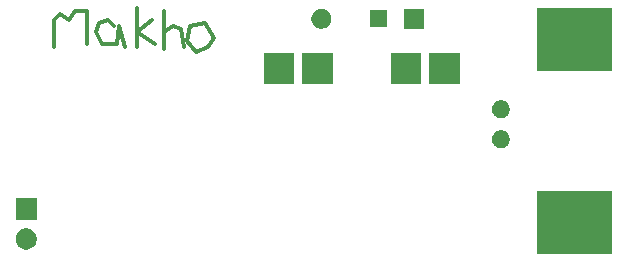
<source format=gts>
G04 #@! TF.GenerationSoftware,KiCad,Pcbnew,(5.1.5)-2*
G04 #@! TF.CreationDate,2020-01-26T14:31:08-07:00*
G04 #@! TF.ProjectId,AGB_LIPO,4147425f-4c49-4504-9f2e-6b696361645f,rev?*
G04 #@! TF.SameCoordinates,Original*
G04 #@! TF.FileFunction,Soldermask,Top*
G04 #@! TF.FilePolarity,Negative*
%FSLAX46Y46*%
G04 Gerber Fmt 4.6, Leading zero omitted, Abs format (unit mm)*
G04 Created by KiCad (PCBNEW (5.1.5)-2) date 2020-01-26 14:31:08*
%MOMM*%
%LPD*%
G04 APERTURE LIST*
%ADD10C,0.100000*%
%ADD11C,0.300000*%
G04 APERTURE END LIST*
D10*
G36*
X126500000Y-41250000D02*
G01*
X120250000Y-41250000D01*
X120250000Y-36000000D01*
X126500000Y-36000000D01*
X126500000Y-41250000D01*
G37*
X126500000Y-41250000D02*
X120250000Y-41250000D01*
X120250000Y-36000000D01*
X126500000Y-36000000D01*
X126500000Y-41250000D01*
G36*
X126500000Y-25750000D02*
G01*
X120250000Y-25750000D01*
X120250000Y-20500000D01*
X126500000Y-20500000D01*
X126500000Y-25750000D01*
G37*
X126500000Y-25750000D02*
X120250000Y-25750000D01*
X120250000Y-20500000D01*
X126500000Y-20500000D01*
X126500000Y-25750000D01*
D11*
X88650000Y-20750000D02*
X88650000Y-24000000D01*
X87650000Y-21500000D02*
X86400000Y-22500000D01*
X90650000Y-23250000D02*
X91400000Y-24250000D01*
X91400000Y-24250000D02*
X92400000Y-23750000D01*
X89400000Y-22000000D02*
X90150000Y-22250000D01*
X90900000Y-22000000D02*
X90650000Y-23250000D01*
X88650000Y-22500000D02*
X89400000Y-22000000D01*
X86400000Y-22500000D02*
X87900000Y-23500000D01*
X86400000Y-20500000D02*
X86400000Y-23750000D01*
X84900000Y-22000000D02*
X85400000Y-23750000D01*
X82900000Y-22500000D02*
X83400000Y-23500000D01*
X83150000Y-21750000D02*
X82900000Y-22500000D01*
X82150000Y-20750000D02*
X82150000Y-23500000D01*
X92150000Y-21750000D02*
X90900000Y-22000000D01*
X83400000Y-23500000D02*
X84650000Y-23500000D01*
X90150000Y-22250000D02*
X90400000Y-23750000D01*
X83900000Y-21500000D02*
X83150000Y-21750000D01*
X92400000Y-23750000D02*
X92900000Y-23000000D01*
X84650000Y-23500000D02*
X84900000Y-22000000D01*
X84400000Y-22000000D02*
X83900000Y-21500000D01*
X92900000Y-23000000D02*
X92150000Y-21750000D01*
X79900000Y-21000000D02*
X80650000Y-21500000D01*
X80650000Y-21500000D02*
X81150000Y-20750000D01*
X79400000Y-21500000D02*
X79900000Y-21000000D01*
X79400000Y-23750000D02*
X79400000Y-21500000D01*
X81150000Y-20750000D02*
X82150000Y-20750000D01*
D10*
G36*
X77113512Y-39143927D02*
G01*
X77262812Y-39173624D01*
X77426784Y-39241544D01*
X77574354Y-39340147D01*
X77699853Y-39465646D01*
X77798456Y-39613216D01*
X77866376Y-39777188D01*
X77901000Y-39951259D01*
X77901000Y-40128741D01*
X77866376Y-40302812D01*
X77798456Y-40466784D01*
X77699853Y-40614354D01*
X77574354Y-40739853D01*
X77426784Y-40838456D01*
X77262812Y-40906376D01*
X77113512Y-40936073D01*
X77088742Y-40941000D01*
X76911258Y-40941000D01*
X76886488Y-40936073D01*
X76737188Y-40906376D01*
X76573216Y-40838456D01*
X76425646Y-40739853D01*
X76300147Y-40614354D01*
X76201544Y-40466784D01*
X76133624Y-40302812D01*
X76099000Y-40128741D01*
X76099000Y-39951259D01*
X76133624Y-39777188D01*
X76201544Y-39613216D01*
X76300147Y-39465646D01*
X76425646Y-39340147D01*
X76573216Y-39241544D01*
X76737188Y-39173624D01*
X76886488Y-39143927D01*
X76911258Y-39139000D01*
X77088742Y-39139000D01*
X77113512Y-39143927D01*
G37*
G36*
X77901000Y-38401000D02*
G01*
X76099000Y-38401000D01*
X76099000Y-36599000D01*
X77901000Y-36599000D01*
X77901000Y-38401000D01*
G37*
G36*
X117419059Y-30877860D02*
G01*
X117555732Y-30934472D01*
X117678735Y-31016660D01*
X117783340Y-31121265D01*
X117865528Y-31244268D01*
X117922140Y-31380941D01*
X117951000Y-31526033D01*
X117951000Y-31673967D01*
X117922140Y-31819059D01*
X117865528Y-31955732D01*
X117783340Y-32078735D01*
X117678735Y-32183340D01*
X117555732Y-32265528D01*
X117555731Y-32265529D01*
X117555730Y-32265529D01*
X117419059Y-32322140D01*
X117273968Y-32351000D01*
X117126032Y-32351000D01*
X116980941Y-32322140D01*
X116844270Y-32265529D01*
X116844269Y-32265529D01*
X116844268Y-32265528D01*
X116721265Y-32183340D01*
X116616660Y-32078735D01*
X116534472Y-31955732D01*
X116477860Y-31819059D01*
X116449000Y-31673967D01*
X116449000Y-31526033D01*
X116477860Y-31380941D01*
X116534472Y-31244268D01*
X116616660Y-31121265D01*
X116721265Y-31016660D01*
X116844268Y-30934472D01*
X116980941Y-30877860D01*
X117126032Y-30849000D01*
X117273968Y-30849000D01*
X117419059Y-30877860D01*
G37*
G36*
X117419059Y-28337860D02*
G01*
X117555732Y-28394472D01*
X117678735Y-28476660D01*
X117783340Y-28581265D01*
X117865528Y-28704268D01*
X117922140Y-28840941D01*
X117951000Y-28986033D01*
X117951000Y-29133967D01*
X117922140Y-29279059D01*
X117865528Y-29415732D01*
X117783340Y-29538735D01*
X117678735Y-29643340D01*
X117555732Y-29725528D01*
X117555731Y-29725529D01*
X117555730Y-29725529D01*
X117419059Y-29782140D01*
X117273968Y-29811000D01*
X117126032Y-29811000D01*
X116980941Y-29782140D01*
X116844270Y-29725529D01*
X116844269Y-29725529D01*
X116844268Y-29725528D01*
X116721265Y-29643340D01*
X116616660Y-29538735D01*
X116534472Y-29415732D01*
X116477860Y-29279059D01*
X116449000Y-29133967D01*
X116449000Y-28986033D01*
X116477860Y-28840941D01*
X116534472Y-28704268D01*
X116616660Y-28581265D01*
X116721265Y-28476660D01*
X116844268Y-28394472D01*
X116980941Y-28337860D01*
X117126032Y-28309000D01*
X117273968Y-28309000D01*
X117419059Y-28337860D01*
G37*
G36*
X99701000Y-26901000D02*
G01*
X97099000Y-26901000D01*
X97099000Y-24299000D01*
X99701000Y-24299000D01*
X99701000Y-26901000D01*
G37*
G36*
X113701000Y-26901000D02*
G01*
X111099000Y-26901000D01*
X111099000Y-24299000D01*
X113701000Y-24299000D01*
X113701000Y-26901000D01*
G37*
G36*
X102951000Y-26901000D02*
G01*
X100349000Y-26901000D01*
X100349000Y-24299000D01*
X102951000Y-24299000D01*
X102951000Y-26901000D01*
G37*
G36*
X110451000Y-26901000D02*
G01*
X107849000Y-26901000D01*
X107849000Y-24299000D01*
X110451000Y-24299000D01*
X110451000Y-26901000D01*
G37*
G36*
X102248228Y-20581703D02*
G01*
X102403100Y-20645853D01*
X102542481Y-20738985D01*
X102661015Y-20857519D01*
X102754147Y-20996900D01*
X102818297Y-21151772D01*
X102851000Y-21316184D01*
X102851000Y-21483816D01*
X102818297Y-21648228D01*
X102754147Y-21803100D01*
X102661015Y-21942481D01*
X102542481Y-22061015D01*
X102403100Y-22154147D01*
X102248228Y-22218297D01*
X102083816Y-22251000D01*
X101916184Y-22251000D01*
X101751772Y-22218297D01*
X101596900Y-22154147D01*
X101457519Y-22061015D01*
X101338985Y-21942481D01*
X101245853Y-21803100D01*
X101181703Y-21648228D01*
X101149000Y-21483816D01*
X101149000Y-21316184D01*
X101181703Y-21151772D01*
X101245853Y-20996900D01*
X101338985Y-20857519D01*
X101457519Y-20738985D01*
X101596900Y-20645853D01*
X101751772Y-20581703D01*
X101916184Y-20549000D01*
X102083816Y-20549000D01*
X102248228Y-20581703D01*
G37*
G36*
X110651000Y-22251000D02*
G01*
X108949000Y-22251000D01*
X108949000Y-20549000D01*
X110651000Y-20549000D01*
X110651000Y-22251000D01*
G37*
G36*
X107531000Y-22121000D02*
G01*
X106089000Y-22121000D01*
X106089000Y-20679000D01*
X107531000Y-20679000D01*
X107531000Y-22121000D01*
G37*
M02*

</source>
